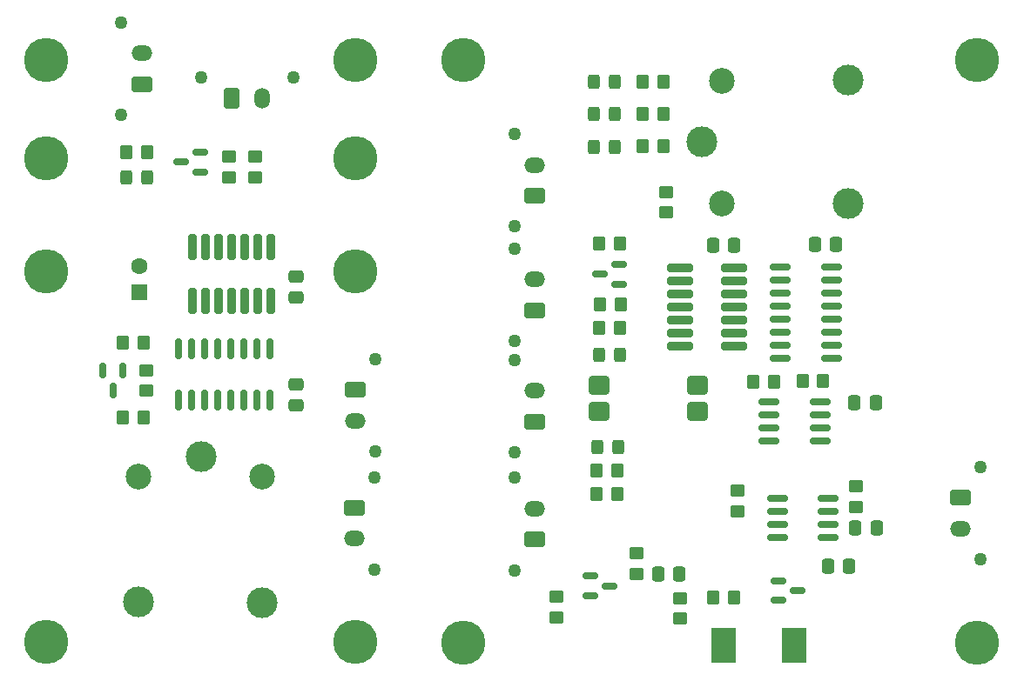
<source format=gts>
G04 #@! TF.GenerationSoftware,KiCad,Pcbnew,9.0.1*
G04 #@! TF.CreationDate,2025-11-10T14:07:32+08:00*
G04 #@! TF.ProjectId,IMD_TSMS_latch_logic,494d445f-5453-44d5-935f-6c617463685f,rev?*
G04 #@! TF.SameCoordinates,Original*
G04 #@! TF.FileFunction,Soldermask,Top*
G04 #@! TF.FilePolarity,Negative*
%FSLAX46Y46*%
G04 Gerber Fmt 4.6, Leading zero omitted, Abs format (unit mm)*
G04 Created by KiCad (PCBNEW 9.0.1) date 2025-11-10 14:07:32*
%MOMM*%
%LPD*%
G01*
G04 APERTURE LIST*
G04 Aperture macros list*
%AMRoundRect*
0 Rectangle with rounded corners*
0 $1 Rounding radius*
0 $2 $3 $4 $5 $6 $7 $8 $9 X,Y pos of 4 corners*
0 Add a 4 corners polygon primitive as box body*
4,1,4,$2,$3,$4,$5,$6,$7,$8,$9,$2,$3,0*
0 Add four circle primitives for the rounded corners*
1,1,$1+$1,$2,$3*
1,1,$1+$1,$4,$5*
1,1,$1+$1,$6,$7*
1,1,$1+$1,$8,$9*
0 Add four rect primitives between the rounded corners*
20,1,$1+$1,$2,$3,$4,$5,0*
20,1,$1+$1,$4,$5,$6,$7,0*
20,1,$1+$1,$6,$7,$8,$9,0*
20,1,$1+$1,$8,$9,$2,$3,0*%
G04 Aperture macros list end*
%ADD10RoundRect,0.150000X-0.587500X-0.150000X0.587500X-0.150000X0.587500X0.150000X-0.587500X0.150000X0*%
%ADD11O,2.020000X1.500000*%
%ADD12RoundRect,0.250001X0.759999X-0.499999X0.759999X0.499999X-0.759999X0.499999X-0.759999X-0.499999X0*%
%ADD13C,1.270000*%
%ADD14RoundRect,0.250000X0.450000X-0.350000X0.450000X0.350000X-0.450000X0.350000X-0.450000X-0.350000X0*%
%ADD15RoundRect,0.250000X-0.450000X0.350000X-0.450000X-0.350000X0.450000X-0.350000X0.450000X0.350000X0*%
%ADD16RoundRect,0.150000X-0.825000X-0.150000X0.825000X-0.150000X0.825000X0.150000X-0.825000X0.150000X0*%
%ADD17RoundRect,0.250000X-0.337500X-0.475000X0.337500X-0.475000X0.337500X0.475000X-0.337500X0.475000X0*%
%ADD18RoundRect,0.102000X-1.125000X-1.590000X1.125000X-1.590000X1.125000X1.590000X-1.125000X1.590000X0*%
%ADD19RoundRect,0.120600X-0.281400X1.111400X-0.281400X-1.111400X0.281400X-1.111400X0.281400X1.111400X0*%
%ADD20RoundRect,0.122100X-0.284900X1.109900X-0.284900X-1.109900X0.284900X-1.109900X0.284900X1.109900X0*%
%ADD21RoundRect,0.150000X-0.150000X0.825000X-0.150000X-0.825000X0.150000X-0.825000X0.150000X0.825000X0*%
%ADD22RoundRect,0.120600X-1.111400X-0.281400X1.111400X-0.281400X1.111400X0.281400X-1.111400X0.281400X0*%
%ADD23RoundRect,0.122100X-1.109900X-0.284900X1.109900X-0.284900X1.109900X0.284900X-1.109900X0.284900X0*%
%ADD24RoundRect,0.250000X0.350000X0.450000X-0.350000X0.450000X-0.350000X-0.450000X0.350000X-0.450000X0*%
%ADD25RoundRect,0.250000X-0.350000X-0.450000X0.350000X-0.450000X0.350000X0.450000X-0.350000X0.450000X0*%
%ADD26RoundRect,0.150000X0.587500X0.150000X-0.587500X0.150000X-0.587500X-0.150000X0.587500X-0.150000X0*%
%ADD27RoundRect,0.150000X-0.150000X0.587500X-0.150000X-0.587500X0.150000X-0.587500X0.150000X0.587500X0*%
%ADD28RoundRect,0.250000X0.325000X0.450000X-0.325000X0.450000X-0.325000X-0.450000X0.325000X-0.450000X0*%
%ADD29R,1.600000X1.600000*%
%ADD30C,1.600000*%
%ADD31RoundRect,0.250000X-0.475000X0.337500X-0.475000X-0.337500X0.475000X-0.337500X0.475000X0.337500X0*%
%ADD32RoundRect,0.250000X0.337500X0.475000X-0.337500X0.475000X-0.337500X-0.475000X0.337500X-0.475000X0*%
%ADD33RoundRect,0.250000X0.475000X-0.337500X0.475000X0.337500X-0.475000X0.337500X-0.475000X-0.337500X0*%
%ADD34C,4.300000*%
%ADD35C,3.000000*%
%ADD36C,2.500000*%
%ADD37RoundRect,0.250001X-0.759999X0.499999X-0.759999X-0.499999X0.759999X-0.499999X0.759999X0.499999X0*%
%ADD38RoundRect,0.250001X-0.499999X-0.759999X0.499999X-0.759999X0.499999X0.759999X-0.499999X0.759999X0*%
%ADD39O,1.500000X2.020000*%
%ADD40RoundRect,0.249999X-0.750001X-0.640001X0.750001X-0.640001X0.750001X0.640001X-0.750001X0.640001X0*%
G04 APERTURE END LIST*
D10*
X139773900Y-126579500D03*
X137898900Y-127529500D03*
X137898900Y-125629500D03*
D11*
X132435600Y-119075200D03*
D12*
X132435600Y-122075200D03*
D13*
X130475600Y-116075200D03*
X130475600Y-125075200D03*
D14*
X134594600Y-127635000D03*
X134594600Y-129635000D03*
D15*
X163728400Y-116916200D03*
X163728400Y-118916200D03*
X146567400Y-127787400D03*
X146567400Y-129787400D03*
D16*
X156046400Y-118084600D03*
X156046400Y-119354600D03*
X156046400Y-120624600D03*
X156046400Y-121894600D03*
X160996400Y-121894600D03*
X160996400Y-120624600D03*
X160996400Y-119354600D03*
X160996400Y-118084600D03*
D17*
X163558400Y-108737400D03*
X165633400Y-108737400D03*
X163634600Y-120980200D03*
X165709600Y-120980200D03*
X144475200Y-125450600D03*
X146550200Y-125450600D03*
X160993000Y-124663200D03*
X163068000Y-124663200D03*
D18*
X157734600Y-132410200D03*
X150824600Y-132410200D03*
D16*
X155280000Y-108695000D03*
X155280000Y-109965000D03*
X155280000Y-111235000D03*
X155280000Y-112505000D03*
X160230000Y-112505000D03*
X160230000Y-111235000D03*
X160230000Y-109965000D03*
X160230000Y-108695000D03*
D19*
X106810000Y-93630000D03*
X105540000Y-93630000D03*
X104270000Y-93630000D03*
X103000000Y-93630000D03*
X101730000Y-93630000D03*
X100460000Y-93630000D03*
X99190000Y-93630000D03*
X99190000Y-98870000D03*
D20*
X100455000Y-98870000D03*
D19*
X101730000Y-98870000D03*
X103000000Y-98870000D03*
X104270000Y-98870000D03*
X105540000Y-98870000D03*
X106810000Y-98870000D03*
D21*
X106695000Y-103525000D03*
X105425000Y-103525000D03*
X104155000Y-103525000D03*
X102885000Y-103525000D03*
X101615000Y-103525000D03*
X100345000Y-103525000D03*
X99075000Y-103525000D03*
X97805000Y-103525000D03*
X97805000Y-108475000D03*
X99075000Y-108475000D03*
X100345000Y-108475000D03*
X101615000Y-108475000D03*
X102885000Y-108475000D03*
X104155000Y-108475000D03*
X105425000Y-108475000D03*
X106695000Y-108475000D03*
D16*
X156380000Y-95520000D03*
X156380000Y-96790000D03*
X156380000Y-98060000D03*
X156380000Y-99330000D03*
X156380000Y-100600000D03*
X156380000Y-101870000D03*
X156380000Y-103140000D03*
X156380000Y-104410000D03*
X161330000Y-104410000D03*
X161330000Y-103140000D03*
X161330000Y-101870000D03*
X161330000Y-100600000D03*
X161330000Y-99330000D03*
X161330000Y-98060000D03*
X161330000Y-96790000D03*
X161330000Y-95520000D03*
D22*
X146605000Y-95655000D03*
X146605000Y-96925000D03*
X146605000Y-98195000D03*
X146605000Y-99465000D03*
X146605000Y-100735000D03*
X146605000Y-102005000D03*
X146605000Y-103275000D03*
X151845000Y-103275000D03*
D23*
X151845000Y-102010000D03*
D22*
X151845000Y-100735000D03*
X151845000Y-99465000D03*
X151845000Y-98195000D03*
X151845000Y-96925000D03*
X151845000Y-95655000D03*
D24*
X151841200Y-127736600D03*
X149841200Y-127736600D03*
D14*
X152222200Y-119348000D03*
X152222200Y-117348000D03*
X142392400Y-125393200D03*
X142392400Y-123393200D03*
D25*
X138496800Y-117627400D03*
X140496800Y-117627400D03*
X92415000Y-110195000D03*
X94415000Y-110195000D03*
D15*
X94697500Y-105597500D03*
X94697500Y-107597500D03*
D25*
X92415000Y-102945000D03*
X94415000Y-102945000D03*
D24*
X140847500Y-99217500D03*
X138847500Y-99217500D03*
D14*
X145250000Y-90250000D03*
X145250000Y-88250000D03*
D24*
X94750000Y-84335000D03*
X92750000Y-84335000D03*
D14*
X105250000Y-86835000D03*
X105250000Y-84835000D03*
D24*
X145000000Y-77501052D03*
X143000000Y-77501052D03*
X145000000Y-80641052D03*
X143000000Y-80641052D03*
X145000000Y-83817500D03*
X143000000Y-83817500D03*
X160505000Y-106600000D03*
X158505000Y-106600000D03*
D25*
X138505000Y-115350000D03*
X140505000Y-115350000D03*
X138750000Y-101500000D03*
X140750000Y-101500000D03*
D14*
X102750000Y-86835000D03*
X102750000Y-84835000D03*
D24*
X140750000Y-93250000D03*
X138750000Y-93250000D03*
D25*
X153750000Y-106750000D03*
X155750000Y-106750000D03*
D26*
X140687500Y-97200000D03*
X140687500Y-95300000D03*
X138812500Y-96250000D03*
D10*
X156186900Y-126075400D03*
X156186900Y-127975400D03*
X158061900Y-127025400D03*
D27*
X92397500Y-105660000D03*
X90497500Y-105660000D03*
X91447500Y-107535000D03*
D26*
X99937500Y-86285000D03*
X99937500Y-84385000D03*
X98062500Y-85335000D03*
D28*
X94775000Y-86835000D03*
X92725000Y-86835000D03*
X140275000Y-77500000D03*
X138225000Y-77500000D03*
X140275000Y-80640000D03*
X138225000Y-80640000D03*
X140275000Y-83850000D03*
X138225000Y-83850000D03*
X140627500Y-113067500D03*
X138577500Y-113067500D03*
X140780000Y-104100000D03*
X138730000Y-104100000D03*
D29*
X94000000Y-98000000D03*
D30*
X94000000Y-95500000D03*
D31*
X109250000Y-106962500D03*
X109250000Y-109037500D03*
D32*
X161792500Y-93350000D03*
X159717500Y-93350000D03*
X151892500Y-93465000D03*
X149817500Y-93465000D03*
D33*
X109250000Y-98537500D03*
X109250000Y-96462500D03*
D34*
X115000000Y-85000000D03*
D35*
X148755000Y-83350000D03*
D36*
X150705000Y-89400000D03*
D35*
X162905000Y-89400000D03*
X162955000Y-77350000D03*
D36*
X150705000Y-77400000D03*
D34*
X175502500Y-132120000D03*
D13*
X116960000Y-104500000D03*
X116960000Y-113500000D03*
D37*
X115000000Y-107500000D03*
D11*
X115000000Y-110500000D03*
D13*
X130540000Y-102750000D03*
X130540000Y-93750000D03*
D12*
X132500000Y-99750000D03*
D11*
X132500000Y-96750000D03*
D34*
X85000000Y-85000000D03*
D13*
X100000000Y-77125000D03*
X109000000Y-77125000D03*
D38*
X103000000Y-79085000D03*
D39*
X106000000Y-79085000D03*
D40*
X138740000Y-107080000D03*
X138740000Y-109620000D03*
X148270000Y-109620000D03*
X148270000Y-107080000D03*
D34*
X115000000Y-75370000D03*
D13*
X130545000Y-91600000D03*
X130545000Y-82600000D03*
D12*
X132505000Y-88600000D03*
D11*
X132505000Y-85600000D03*
D13*
X116875000Y-116000000D03*
X116875000Y-125000000D03*
D37*
X114915000Y-119000000D03*
D11*
X114915000Y-122000000D03*
D34*
X125502500Y-75370000D03*
X175502500Y-75370000D03*
X85000000Y-132000000D03*
D13*
X175797600Y-115005600D03*
X175797600Y-124005600D03*
D37*
X173837600Y-118005600D03*
D11*
X173837600Y-121005600D03*
D34*
X125502500Y-132120000D03*
D35*
X100000000Y-114000000D03*
D36*
X93950000Y-115950000D03*
D35*
X93950000Y-128150000D03*
X106000000Y-128200000D03*
D36*
X105950000Y-115950000D03*
D34*
X85000000Y-96000000D03*
X115000000Y-132000000D03*
D13*
X130545000Y-113600000D03*
X130545000Y-104600000D03*
D12*
X132505000Y-110600000D03*
D11*
X132505000Y-107600000D03*
D13*
X92290000Y-80750000D03*
X92290000Y-71750000D03*
D12*
X94250000Y-77750000D03*
D11*
X94250000Y-74750000D03*
D34*
X115000000Y-96000000D03*
X85000000Y-75370000D03*
M02*

</source>
